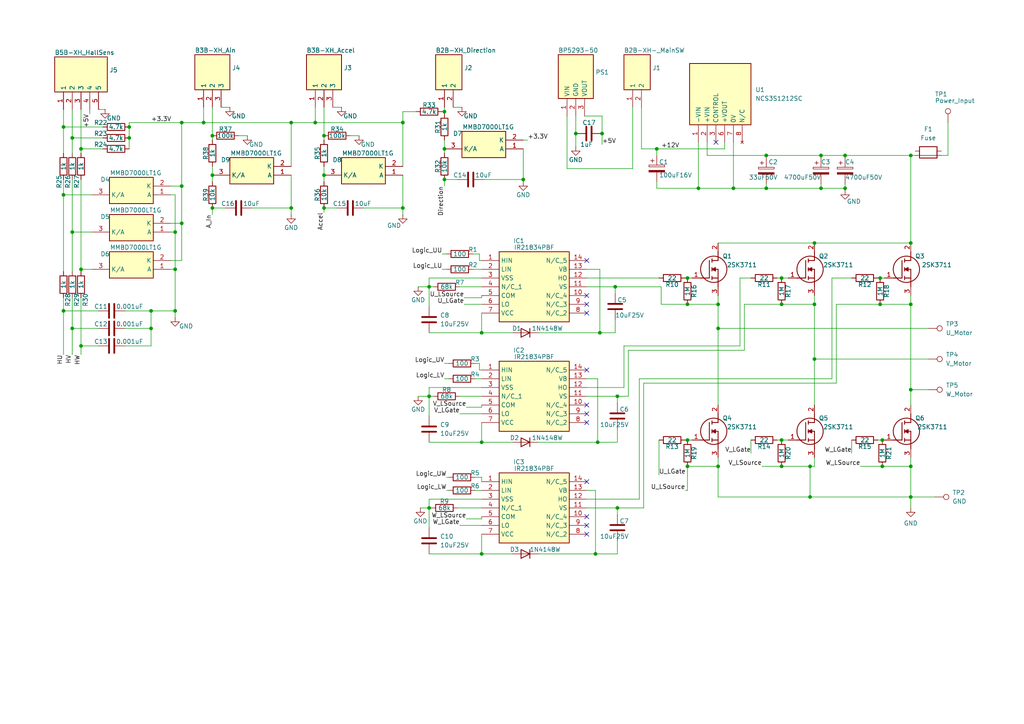
<source format=kicad_sch>
(kicad_sch (version 20231120) (generator "eeschema") (generator_version "8.0")
  (paper "A4")
  (junction (at 208.28 95.25))
  (junction (at 23.495 78.105))
  (junction (at 43.815 95.25))
  (junction (at 226.695 80.645))
  (junction (at 52.705 64.77))
  (junction (at 23.495 100.33))
  (junction (at 128.905 43.18))
  (junction (at 128.905 32.385))
  (junction (at 52.705 35.56))
  (junction (at 190.5 43.18))
  (junction (at 93.98 39.37))
  (junction (at 222.25 45.085))
  (junction (at 91.44 35.56))
  (junction (at 84.455 60.325))
  (junction (at 139.7 96.52))
  (junction (at 151.765 52.07))
  (junction (at 84.455 35.56))
  (junction (at 139.7 128.27))
  (junction (at 222.25 54.61))
  (junction (at 264.16 144.145))
  (junction (at 236.22 88.265))
  (junction (at 234.95 135.255))
  (junction (at 212.725 54.61))
  (junction (at 20.955 40.005))
  (junction (at 116.84 35.56))
  (junction (at 50.8 90.17))
  (junction (at 61.595 50.8))
  (junction (at 124.46 114.935))
  (junction (at 59.055 35.56))
  (junction (at 18.415 90.17))
  (junction (at 199.39 127.635))
  (junction (at 208.28 135.255))
  (junction (at 173.355 128.27))
  (junction (at 238.125 54.61))
  (junction (at 199.39 135.255))
  (junction (at 18.415 56.515))
  (junction (at 167.005 38.735))
  (junction (at 116.84 60.325))
  (junction (at 172.72 160.655))
  (junction (at 178.435 83.185))
  (junction (at 50.8 78.105))
  (junction (at 236.22 70.485))
  (junction (at 255.905 135.255))
  (junction (at 124.46 83.185))
  (junction (at 238.125 45.085))
  (junction (at 245.11 54.61))
  (junction (at 52.705 53.975))
  (junction (at 199.39 80.645))
  (junction (at 61.595 60.325))
  (junction (at 255.27 88.265))
  (junction (at 173.99 96.52))
  (junction (at 226.695 88.265))
  (junction (at 174.625 38.735))
  (junction (at 139.7 160.655))
  (junction (at 245.11 45.085))
  (junction (at 37.465 40.005))
  (junction (at 61.595 39.37))
  (junction (at 128.905 52.07))
  (junction (at 264.16 88.265))
  (junction (at 43.815 90.17))
  (junction (at 234.95 144.145))
  (junction (at 264.16 113.03))
  (junction (at 179.07 147.32))
  (junction (at 93.98 60.325))
  (junction (at 179.07 114.935))
  (junction (at 18.415 36.83))
  (junction (at 236.22 104.14))
  (junction (at 264.16 45.085))
  (junction (at 20.955 67.31))
  (junction (at 255.905 127.635))
  (junction (at 264.16 70.485))
  (junction (at 37.465 36.83))
  (junction (at 124.46 147.32))
  (junction (at 50.8 67.31))
  (junction (at 208.28 88.265))
  (junction (at 93.98 50.8))
  (junction (at 226.695 135.255))
  (junction (at 255.27 80.645))
  (junction (at 202.565 54.61))
  (junction (at 20.955 95.25))
  (junction (at 264.16 135.255))
  (junction (at 199.39 88.265))
  (junction (at 226.695 127.635))
  (junction (at 23.495 43.18))
  (no_connect (at 170.18 120.015))
  (no_connect (at 170.18 152.4))
  (no_connect (at 170.18 88.265))
  (no_connect (at 170.18 154.94))
  (no_connect (at 170.18 85.725))
  (no_connect (at 170.18 149.86))
  (no_connect (at 170.18 139.7))
  (no_connect (at 207.645 41.275))
  (no_connect (at 170.18 117.475))
  (no_connect (at 170.18 107.315))
  (no_connect (at 170.18 75.565))
  (no_connect (at 170.18 122.555))
  (no_connect (at 170.18 90.805))
  (wire (pts (xy 255.905 127.635) (xy 256.54 127.635)))
  (wire (pts (xy 128.27 78.105) (xy 129.54 78.105)))
  (wire (pts (xy 69.215 39.37) (xy 71.755 39.37)))
  (wire (pts (xy 132.715 147.32) (xy 139.7 147.32)))
  (wire (pts (xy 139.7 160.655) (xy 148.59 160.655)))
  (wire (pts (xy 255.27 88.265) (xy 264.16 88.265)))
  (wire (pts (xy 205.105 41.275) (xy 205.105 45.085)))
  (wire (pts (xy 179.07 160.655) (xy 172.72 160.655)))
  (wire (pts (xy 18.415 90.17) (xy 28.575 90.17)))
  (wire (pts (xy 23.495 52.07) (xy 23.495 78.105)))
  (wire (pts (xy 64.135 31.115) (xy 66.675 31.115)))
  (wire (pts (xy 49.53 64.77) (xy 52.705 64.77)))
  (wire (pts (xy 170.18 83.185) (xy 178.435 83.185)))
  (wire (pts (xy 242.57 88.265) (xy 255.27 88.265)))
  (wire (pts (xy 84.455 50.8) (xy 84.455 60.325)))
  (wire (pts (xy 23.495 43.18) (xy 23.495 44.45)))
  (wire (pts (xy 234.95 135.255) (xy 234.95 144.145)))
  (wire (pts (xy 172.72 142.24) (xy 170.18 142.24)))
  (wire (pts (xy 190.5 52.705) (xy 190.5 54.61)))
  (wire (pts (xy 128.27 73.66) (xy 129.54 73.66)))
  (wire (pts (xy 139.7 86.36) (xy 139.7 85.725)))
  (wire (pts (xy 264.16 45.085) (xy 264.16 70.485)))
  (wire (pts (xy 198.755 127.635) (xy 199.39 127.635)))
  (wire (pts (xy 128.905 105.41) (xy 130.175 105.41)))
  (wire (pts (xy 133.35 83.185) (xy 139.7 83.185)))
  (wire (pts (xy 215.9 101.6) (xy 215.9 88.265)))
  (wire (pts (xy 245.11 54.61) (xy 245.11 53.34)))
  (wire (pts (xy 49.53 56.515) (xy 50.8 56.515)))
  (wire (pts (xy 93.98 60.325) (xy 93.98 61.595)))
  (wire (pts (xy 61.595 50.8) (xy 61.595 52.705)))
  (wire (pts (xy 208.28 95.25) (xy 269.24 95.25)))
  (wire (pts (xy 222.25 45.72) (xy 222.25 45.085)))
  (wire (pts (xy 245.11 45.085) (xy 264.16 45.085)))
  (wire (pts (xy 139.7 122.555) (xy 139.7 128.27)))
  (wire (pts (xy 52.705 35.56) (xy 52.705 53.975)))
  (wire (pts (xy 18.415 36.83) (xy 18.415 31.75)))
  (wire (pts (xy 29.845 36.83) (xy 18.415 36.83)))
  (wire (pts (xy 124.46 114.935) (xy 125.73 114.935)))
  (wire (pts (xy 84.455 35.56) (xy 84.455 48.26)))
  (wire (pts (xy 139.7 154.94) (xy 139.7 160.655)))
  (wire (pts (xy 93.98 60.325) (xy 97.79 60.325)))
  (wire (pts (xy 134.62 88.265) (xy 139.7 88.265)))
  (wire (pts (xy 137.795 138.43) (xy 139.7 138.43)))
  (wire (pts (xy 50.8 78.105) (xy 50.8 90.17)))
  (wire (pts (xy 164.465 48.895) (xy 183.515 48.895)))
  (wire (pts (xy 191.135 127.635) (xy 191.135 137.795)))
  (wire (pts (xy 255.905 135.255) (xy 264.16 135.255)))
  (wire (pts (xy 116.84 60.325) (xy 116.84 62.23)))
  (wire (pts (xy 61.595 48.26) (xy 61.595 50.8)))
  (wire (pts (xy 179.07 128.27) (xy 173.355 128.27)))
  (wire (pts (xy 20.955 52.07) (xy 20.955 67.31)))
  (wire (pts (xy 23.495 78.105) (xy 23.495 78.74)))
  (wire (pts (xy 128.905 40.64) (xy 128.905 43.18)))
  (wire (pts (xy 52.705 35.56) (xy 59.055 35.56)))
  (wire (pts (xy 37.465 35.56) (xy 52.705 35.56)))
  (wire (pts (xy 264.16 135.255) (xy 264.16 144.145)))
  (wire (pts (xy 226.695 80.645) (xy 228.6 80.645)))
  (wire (pts (xy 202.565 54.61) (xy 212.725 54.61)))
  (wire (pts (xy 93.98 48.26) (xy 93.98 50.8)))
  (wire (pts (xy 183.515 48.895) (xy 183.515 31.115)))
  (wire (pts (xy 264.16 45.085) (xy 265.43 45.085)))
  (wire (pts (xy 128.27 32.385) (xy 128.905 32.385)))
  (wire (pts (xy 226.695 127.635) (xy 228.6 127.635)))
  (wire (pts (xy 93.98 50.8) (xy 93.98 52.705)))
  (wire (pts (xy 43.815 90.17) (xy 50.8 90.17)))
  (wire (pts (xy 135.255 150.495) (xy 139.7 150.495)))
  (wire (pts (xy 18.415 90.17) (xy 18.415 102.87)))
  (wire (pts (xy 124.46 114.935) (xy 124.46 120.65)))
  (wire (pts (xy 179.07 116.84) (xy 179.07 114.935)))
  (wire (pts (xy 199.39 142.24) (xy 199.39 135.255)))
  (wire (pts (xy 124.46 147.32) (xy 124.46 153.035)))
  (wire (pts (xy 247.015 127.635) (xy 247.015 131.445)))
  (wire (pts (xy 128.905 52.07) (xy 128.905 53.975)))
  (wire (pts (xy 173.99 96.52) (xy 178.435 96.52)))
  (wire (pts (xy 137.795 105.41) (xy 139.065 105.41)))
  (wire (pts (xy 20.955 95.25) (xy 28.575 95.25)))
  (wire (pts (xy 18.415 36.83) (xy 18.415 44.45)))
  (wire (pts (xy 61.595 60.325) (xy 65.405 60.325)))
  (wire (pts (xy 199.39 135.255) (xy 208.28 135.255)))
  (wire (pts (xy 137.795 109.855) (xy 139.7 109.855)))
  (wire (pts (xy 139.065 107.315) (xy 139.7 107.315)))
  (wire (pts (xy 264.16 88.265) (xy 264.16 113.03)))
  (wire (pts (xy 140.335 52.07) (xy 151.765 52.07)))
  (wire (pts (xy 134.62 86.36) (xy 139.7 86.36)))
  (wire (pts (xy 18.415 52.07) (xy 18.415 56.515)))
  (wire (pts (xy 151.765 40.64) (xy 153.035 40.64)))
  (wire (pts (xy 37.465 36.83) (xy 37.465 40.005)))
  (wire (pts (xy 30.48 31.75) (xy 28.575 31.75)))
  (wire (pts (xy 186.055 43.18) (xy 190.5 43.18)))
  (wire (pts (xy 254.635 127.635) (xy 255.905 127.635)))
  (wire (pts (xy 18.415 86.36) (xy 18.415 90.17)))
  (wire (pts (xy 179.07 114.935) (xy 182.245 114.935)))
  (wire (pts (xy 225.425 80.645) (xy 226.695 80.645)))
  (wire (pts (xy 135.255 118.11) (xy 139.7 118.11)))
  (wire (pts (xy 236.22 88.265) (xy 236.22 104.14)))
  (wire (pts (xy 264.16 113.03) (xy 264.16 117.475)))
  (wire (pts (xy 179.07 156.845) (xy 179.07 160.655)))
  (wire (pts (xy 139.7 138.43) (xy 139.7 139.7)))
  (wire (pts (xy 156.21 160.655) (xy 172.72 160.655)))
  (wire (pts (xy 61.595 39.37) (xy 61.595 40.64)))
  (wire (pts (xy 182.245 101.6) (xy 215.9 101.6)))
  (wire (pts (xy 238.125 45.085) (xy 245.11 45.085)))
  (wire (pts (xy 49.53 78.105) (xy 50.8 78.105)))
  (wire (pts (xy 178.435 85.09) (xy 178.435 83.185)))
  (wire (pts (xy 73.025 60.325) (xy 84.455 60.325)))
  (wire (pts (xy 84.455 35.56) (xy 91.44 35.56)))
  (wire (pts (xy 52.705 64.77) (xy 52.705 75.565)))
  (wire (pts (xy 236.22 135.255) (xy 236.22 132.715)))
  (wire (pts (xy 124.46 144.78) (xy 139.7 144.78)))
  (wire (pts (xy 212.725 54.61) (xy 222.25 54.61)))
  (wire (pts (xy 93.98 31.115) (xy 93.98 39.37)))
  (wire (pts (xy 255.27 80.645) (xy 256.54 80.645)))
  (wire (pts (xy 242.57 111.125) (xy 242.57 88.265)))
  (wire (pts (xy 180.975 112.395) (xy 180.975 100.33)))
  (wire (pts (xy 167.005 33.655) (xy 167.005 38.735)))
  (wire (pts (xy 264.16 144.145) (xy 271.145 144.145)))
  (wire (pts (xy 129.54 142.24) (xy 130.175 142.24)))
  (wire (pts (xy 124.46 147.32) (xy 124.46 144.78)))
  (wire (pts (xy 191.77 83.185) (xy 191.77 88.265)))
  (wire (pts (xy 128.905 31.115) (xy 128.905 32.385)))
  (wire (pts (xy 238.125 54.61) (xy 238.125 53.34)))
  (wire (pts (xy 173.355 128.27) (xy 173.355 109.855)))
  (wire (pts (xy 225.425 127.635) (xy 226.695 127.635)))
  (wire (pts (xy 156.21 96.52) (xy 173.99 96.52)))
  (wire (pts (xy 208.28 135.255) (xy 208.28 132.715)))
  (wire (pts (xy 26.035 31.75) (xy 26.035 33.02)))
  (wire (pts (xy 178.435 92.71) (xy 178.435 96.52)))
  (wire (pts (xy 37.465 40.005) (xy 37.465 43.18)))
  (wire (pts (xy 208.28 88.265) (xy 208.28 85.725)))
  (wire (pts (xy 249.555 135.255) (xy 255.905 135.255)))
  (wire (pts (xy 139.7 150.495) (xy 139.7 149.86)))
  (wire (pts (xy 264.16 135.255) (xy 264.16 132.715)))
  (wire (pts (xy 116.84 32.385) (xy 120.65 32.385)))
  (wire (pts (xy 139.065 105.41) (xy 139.065 107.315)))
  (wire (pts (xy 91.44 35.56) (xy 116.84 35.56)))
  (wire (pts (xy 121.285 83.185) (xy 124.46 83.185)))
  (wire (pts (xy 133.35 114.935) (xy 139.7 114.935)))
  (wire (pts (xy 37.465 35.56) (xy 37.465 36.83)))
  (wire (pts (xy 236.22 88.265) (xy 236.22 85.725)))
  (wire (pts (xy 186.69 111.125) (xy 242.57 111.125)))
  (wire (pts (xy 20.955 40.005) (xy 20.955 31.75)))
  (wire (pts (xy 50.8 67.31) (xy 49.53 67.31)))
  (wire (pts (xy 137.795 142.24) (xy 139.7 142.24)))
  (wire (pts (xy 139.065 73.66) (xy 139.065 75.565)))
  (wire (pts (xy 116.84 50.8) (xy 116.84 60.325)))
  (wire (pts (xy 124.46 114.935) (xy 124.46 112.395)))
  (wire (pts (xy 264.16 85.725) (xy 264.16 88.265)))
  (wire (pts (xy 236.22 104.14) (xy 269.24 104.14)))
  (wire (pts (xy 226.695 88.265) (xy 236.22 88.265)))
  (wire (pts (xy 36.195 100.33) (xy 43.815 100.33)))
  (wire (pts (xy 199.39 88.265) (xy 208.28 88.265)))
  (wire (pts (xy 205.105 45.085) (xy 222.25 45.085)))
  (wire (pts (xy 128.905 52.07) (xy 132.715 52.07)))
  (wire (pts (xy 264.16 113.03) (xy 269.24 113.03)))
  (wire (pts (xy 124.46 112.395) (xy 139.7 112.395)))
  (wire (pts (xy 151.765 43.18) (xy 151.765 52.07)))
  (wire (pts (xy 241.3 109.855) (xy 241.3 80.645)))
  (wire (pts (xy 236.22 70.485) (xy 264.16 70.485)))
  (wire (pts (xy 214.63 100.33) (xy 214.63 80.645)))
  (wire (pts (xy 182.245 114.935) (xy 182.245 101.6)))
  (wire (pts (xy 124.46 160.655) (xy 139.7 160.655)))
  (wire (pts (xy 274.955 45.085) (xy 273.05 45.085)))
  (wire (pts (xy 185.42 109.855) (xy 241.3 109.855)))
  (wire (pts (xy 245.11 45.72) (xy 245.11 45.085)))
  (wire (pts (xy 43.815 95.25) (xy 43.815 100.33)))
  (wire (pts (xy 139.7 90.805) (xy 139.7 96.52)))
  (wire (pts (xy 170.18 114.935) (xy 179.07 114.935)))
  (wire (pts (xy 61.595 31.115) (xy 61.595 39.37)))
  (wire (pts (xy 190.5 45.085) (xy 190.5 43.18)))
  (wire (pts (xy 84.455 60.325) (xy 84.455 62.23)))
  (wire (pts (xy 238.125 54.61) (xy 245.11 54.61)))
  (wire (pts (xy 125.095 147.32) (xy 124.46 147.32)))
  (wire (pts (xy 93.98 39.37) (xy 93.98 40.64)))
  (wire (pts (xy 20.955 86.36) (xy 20.955 95.25)))
  (wire (pts (xy 131.445 31.115) (xy 133.985 31.115)))
  (wire (pts (xy 96.52 31.115) (xy 99.06 31.115)))
  (wire (pts (xy 29.845 40.005) (xy 20.955 40.005)))
  (wire (pts (xy 20.955 40.005) (xy 20.955 44.45)))
  (wire (pts (xy 133.35 152.4) (xy 139.7 152.4)))
  (wire (pts (xy 180.975 100.33) (xy 214.63 100.33)))
  (wire (pts (xy 18.415 56.515) (xy 18.415 78.74)))
  (wire (pts (xy 164.465 33.655) (xy 164.465 48.895)))
  (wire (pts (xy 199.39 80.645) (xy 200.66 80.645)))
  (wire (pts (xy 222.25 54.61) (xy 222.25 53.34)))
  (wire (pts (xy 124.46 96.52) (xy 139.7 96.52)))
  (wire (pts (xy 105.41 60.325) (xy 116.84 60.325)))
  (wire (pts (xy 215.9 88.265) (xy 226.695 88.265)))
  (wire (pts (xy 59.055 31.115) (xy 59.055 35.56)))
  (wire (pts (xy 36.195 90.17) (xy 43.815 90.17)))
  (wire (pts (xy 241.3 80.645) (xy 247.015 80.645)))
  (wire (pts (xy 170.18 112.395) (xy 180.975 112.395)))
  (wire (pts (xy 23.495 43.18) (xy 23.495 31.75)))
  (wire (pts (xy 20.955 67.31) (xy 26.67 67.31)))
  (wire (pts (xy 185.42 144.78) (xy 185.42 109.855)))
  (wire (pts (xy 245.11 55.245) (xy 245.11 54.61)))
  (wire (pts (xy 199.39 127.635) (xy 200.66 127.635)))
  (wire (pts (xy 20.955 67.31) (xy 20.955 78.74)))
  (wire (pts (xy 49.53 75.565) (xy 52.705 75.565)))
  (wire (pts (xy 238.125 45.72) (xy 238.125 45.085)))
  (wire (pts (xy 20.955 95.25) (xy 20.955 102.87)))
  (wire (pts (xy 179.07 124.46) (xy 179.07 128.27)))
  (wire (pts (xy 167.005 38.735) (xy 167.005 42.545)))
  (wire (pts (xy 23.495 100.33) (xy 28.575 100.33)))
  (wire (pts (xy 198.755 142.24) (xy 199.39 142.24)))
  (wire (pts (xy 254.635 80.645) (xy 255.27 80.645)))
  (wire (pts (xy 23.495 100.33) (xy 23.495 102.87)))
  (wire (pts (xy 210.185 43.18) (xy 210.185 41.275)))
  (wire (pts (xy 116.84 32.385) (xy 116.84 35.56)))
  (wire (pts (xy 173.355 109.855) (xy 170.18 109.855)))
  (wire (pts (xy 173.99 96.52) (xy 173.99 78.105)))
  (wire (pts (xy 43.815 90.17) (xy 43.815 95.25)))
  (wire (pts (xy 173.99 78.105) (xy 170.18 78.105)))
  (wire (pts (xy 101.6 39.37) (xy 104.14 39.37)))
  (wire (pts (xy 139.065 75.565) (xy 139.7 75.565)))
  (wire (pts (xy 128.905 32.385) (xy 128.905 33.02)))
  (wire (pts (xy 128.905 43.18) (xy 128.905 44.45)))
  (wire (pts (xy 172.72 160.655) (xy 172.72 142.24)))
  (wire (pts (xy 133.35 120.015) (xy 139.7 120.015)))
  (wire (pts (xy 170.18 147.32) (xy 179.07 147.32)))
  (wire (pts (xy 208.28 88.265) (xy 208.28 95.25)))
  (wire (pts (xy 190.5 54.61) (xy 202.565 54.61)))
  (wire (pts (xy 139.7 96.52) (xy 148.59 96.52)))
  (wire (pts (xy 124.46 83.185) (xy 125.73 83.185)))
  (wire (pts (xy 139.7 118.11) (xy 139.7 117.475)))
  (wire (pts (xy 198.755 80.645) (xy 199.39 80.645)))
  (wire (pts (xy 214.63 80.645) (xy 217.805 80.645)))
  (wire (pts (xy 29.845 43.18) (xy 23.495 43.18)))
  (wire (pts (xy 59.055 35.56) (xy 84.455 35.56)))
  (wire (pts (xy 137.16 78.105) (xy 139.7 78.105)))
  (wire (pts (xy 264.16 144.145) (xy 264.16 147.32)))
  (wire (pts (xy 156.21 128.27) (xy 173.355 128.27)))
  (wire (pts (xy 121.92 147.32) (xy 124.46 147.32)))
  (wire (pts (xy 186.69 147.32) (xy 186.69 111.125)))
  (wire (pts (xy 217.805 127.635) (xy 217.805 131.445)))
  (wire (pts (xy 222.25 45.085) (xy 238.125 45.085)))
  (wire (pts (xy 43.815 95.25) (xy 36.195 95.25)))
  (wire (pts (xy 179.07 147.32) (xy 186.69 147.32)))
  (wire (pts (xy 61.595 60.325) (xy 61.595 62.23)))
  (wire (pts (xy 208.28 144.145) (xy 234.95 144.145)))
  (wire (pts (xy 236.22 104.14) (xy 236.22 117.475)))
  (wire (pts (xy 50.8 92.075) (xy 50.8 90.17)))
  (wire (pts (xy 186.055 31.115) (xy 186.055 43.18)))
  (wire (pts (xy 137.16 73.66) (xy 139.065 73.66)))
  (wire (pts (xy 50.8 56.515) (xy 50.8 67.31)))
  (wire (pts (xy 52.705 53.975) (xy 52.705 64.77)))
  (wire (pts (xy 124.46 80.645) (xy 124.46 83.185)))
  (wire (pts (xy 226.695 135.255) (xy 234.95 135.255)))
  (wire (pts (xy 234.95 144.145) (xy 264.16 144.145)))
  (wire (pts (xy 121.285 114.935) (xy 124.46 114.935)))
  (wire (pts (xy 139.7 128.27) (xy 148.59 128.27)))
  (wire (pts (xy 208.28 70.485) (xy 236.22 70.485)))
  (wire (pts (xy 178.435 83.185) (xy 191.77 83.185)))
  (wire (pts (xy 116.84 35.56) (xy 116.84 48.26)))
  (wire (pts (xy 49.53 53.975) (xy 52.705 53.975)))
  (wire (pts (xy 169.545 33.655) (xy 174.625 33.655)))
  (wire (pts (xy 129.54 138.43) (xy 130.175 138.43)))
  (wire (pts (xy 179.07 149.225) (xy 179.07 147.32)))
  (wire (pts (xy 191.77 88.265) (xy 199.39 88.265)))
  (wire (pts (xy 208.28 135.255) (xy 208.28 144.145)))
  (wire (pts (xy 124.46 128.27) (xy 139.7 128.27)))
  (wire (pts (xy 50.8 67.31) (xy 50.8 78.105)))
  (wire (pts (xy 128.905 109.855) (xy 130.175 109.855)))
  (wire (pts (xy 124.46 83.185) (xy 124.46 88.9)))
  (wire (pts (xy 220.98 135.255) (xy 226.695 135.255)))
  (wire (pts (xy 170.18 144.78) (xy 185.42 144.78)))
  (wire (pts (xy 174.625 38.735) (xy 174.625 41.91)))
  (wire (pts (xy 222.25 54.61) (xy 238.125 54.61)))
  (wire (pts (xy 23.495 78.105) (xy 26.67 78.105)))
  (wire (pts (xy 202.565 41.275) (xy 202.565 54.61)))
  (wire (pts (xy 208.28 95.25) (xy 208.28 117.475)))
  (wire (pts (xy 18.415 56.515) (xy 26.67 56.515)))
  (wire (pts (xy 174.625 33.655) (xy 174.625 38.735)))
  (wire (pts (xy 236.22 135.255) (xy 234.95 135.255)))
  (wire (pts (xy 212.725 41.275) (xy 212.725 54.61)))
  (wire (pts (xy 190.5 43.18) (xy 210.185 43.18)))
  (wire (pts (xy 23.495 86.36) (xy 23.495 100.33)))
  (wire (pts (xy 170.18 80.645) (xy 191.135 80.645)))
  (wire (pts (xy 91.44 31.115) (xy 91.44 35.56)))
  (wire (pts (xy 151.765 52.07) (xy 151.765 52.705)))
  (wire (pts (xy 139.7 80.645) (xy 124.46 80.645)))
  (wire (pts (xy 274.955 35.56) (xy 274.955 45.085)))
  (label "Logic_LW" (at 129.54 142.24 180))
  (label "U_LSource" (at 134.62 86.36 180))
  (label "+3.3V" (at 153.035 40.64 0))
  (label "A_In" (at 61.595 62.23 270))
  (label "W_LSource" (at 249.555 135.255 180))
  (label "HV" (at 20.955 102.87 270))
  (label "U_LGate" (at 191.135 137.795 0))
  (label "Logic_LV" (at 128.905 109.855 180))
  (label "V_LGate" (at 133.35 120.015 180))
  (label "+5V" (at 26.035 33.02 270))
  (label "Logic_UV" (at 128.905 105.41 180))
  (label "Logic_UU" (at 128.27 73.66 180))
  (label "+3.3V" (at 43.815 35.56 0))
  (label "W_LGate" (at 247.015 131.445 180))
  (label "Logic_LU" (at 128.27 78.105 180))
  (label "V_LSource" (at 220.98 135.255 180))
  (label "Accel" (at 93.98 61.595 270))
  (label "+12V" (at 191.77 43.18 0))
  (label "HW" (at 23.495 102.87 270))
  (label "W_LGate" (at 133.35 152.4 180))
  (label "V_LGate" (at 217.805 131.445 180))
  (label "W_LSource" (at 135.255 150.495 180))
  (label "+5V" (at 174.625 41.91 0))
  (label "HU" (at 18.415 102.87 270))
  (label "V_LSource" (at 135.255 118.11 180))
  (label "Direction" (at 128.905 53.975 270))
  (label "Logic_UW" (at 129.54 138.43 180))
  (label "U_LGate" (at 134.62 88.265 180))
  (label "U_LSource" (at 198.755 142.24 180))
  (symbol (lib_id "Device:C") (at 32.385 90.17 270) (unit 1)
    (property "Reference" "C11" (at 27.305 88.9 90) (effects (justify left)))
    (property "Value" "0.001uF" (at 33.655 88.9 90) (effects (justify left)))
    (property "Footprint" "Capacitor_SMD:C_0603_1608Metric_Pad1.08x0.95mm_HandSolder" (effects (hide yes)))
    (property "Description" "Unpolarized capacitor" (effects (hide yes)))
  )
  (symbol (lib_id "Device:R") (at 18.415 82.55 180) (unit 1)
    (property "Reference" "R28" (at 19.685 86.995 90))
    (property "Value" "1k" (at 18.415 82.55 90))
    (property "Footprint" "Resistor_SMD:R_0603_1608Metric_Pad0.98x0.95mm_HandSolder" (effects (hide yes)))
    (property "Description" "Resistor" (effects (hide yes)))
  )
  (symbol (lib_id "SamacSys_Parts:2SK3711") (at 200.66 80.645 0) (unit 1)
    (property "Reference" "Q1" (at 209.55 74.295 0) (effects (justify left)))
    (property "Value" "2SK3711" (at 210.82 76.835 0) (effects (justify left)))
    (property "Footprint" "TO545P500X1560X2410-3P" (effects (hide yes)))
    (property "Datasheet" "http://www.semicon.sanken-ele.co.jp/sk_content/2sk3711_ds_en.pdf" (effects (hide yes)))
    (property "Description" "MOSFET N-CH 60V TO-3P" (effects (hide yes)))
    (property "Height" "5" (effects (hide yes)))
    (property "Manufacturer_Name" "SANKEN ELECTRIC CO." (effects (hide yes)))
    (property "Manufacturer_Part_Number" "2SK3711" (effects (hide yes)))
  )
  (symbol (lib_id "power:GND") (at 104.14 39.37 0) (unit 1)
    (property "Reference" "#PWR015" (effects (hide yes)))
    (property "Value" "GND" (at 106.68 41.91 0))
    (property "Description" "Power symbol creates a global label with name \"GND\" , ground" (effects (hide yes)))
  )
  (symbol (lib_id "SamacSys_Parts:MMBD7000LT1G") (at 151.765 43.18 180) (unit 1)
    (property "Reference" "D7" (at 132.715 38.735 0))
    (property "Value" "MMBD7000LT1G" (at 141.605 36.83 0))
    (property "Footprint" "SOT96P237X111-3N" (effects (hide yes)))
    (property "Datasheet" "http://uk.rs-online.com/web/p/products/0463662P" (effects (hide yes)))
    (property "Height" "1.11" (effects (hide yes)))
    (property "RS Part Number" "0463662P" (effects (hide yes)))
    (property "RS Price/Stock" "http://uk.rs-online.com/web/p/products/0463662P" (effects (hide yes)))
    (property "Manufacturer_Name" "onsemi" (effects (hide yes)))
    (property "Manufacturer_Part_Number" "MMBD7000LT1G" (effects (hide yes)))
    (property "Allied_Number" "70099524" (effects (hide yes)))
  )
  (symbol (lib_id "Device:C") (at 124.46 124.46 0) (unit 1)
    (property "Reference" "C9" (at 127.635 123.19 0) (effects (justify left)))
    (property "Value" "10uF25V" (at 127.635 125.73 0) (effects (justify left)))
    (property "Footprint" "Capacitor_SMD:C_0603_1608Metric_Pad1.08x0.95mm_HandSolder" (effects (hide yes)))
    (property "Description" "Unpolarized capacitor" (effects (hide yes)))
  )
  (symbol (lib_id "Device:R") (at 20.955 82.55 180) (unit 1)
    (property "Reference" "R29" (at 22.225 86.995 90))
    (property "Value" "1k" (at 20.955 82.55 90))
    (property "Footprint" "Resistor_SMD:R_0603_1608Metric_Pad0.98x0.95mm_HandSolder" (effects (hide yes)))
    (property "Description" "Resistor" (effects (hide yes)))
  )
  (symbol (lib_id "Device:R") (at 133.985 109.855 90) (unit 1)
    (property "Reference" "R4" (at 137.795 108.585 90))
    (property "Value" "100" (at 133.985 109.855 90))
    (property "Footprint" "Resistor_SMD:R_0603_1608Metric_Pad0.98x0.95mm_HandSolder" (effects (hide yes)))
    (property "Description" "Resistor" (effects (hide yes)))
  )
  (symbol (lib_id "Device:R") (at 255.905 131.445 0) (unit 1)
    (property "Reference" "R21" (at 257.81 131.445 90))
    (property "Value" "1M" (at 255.905 131.445 90))
    (property "Footprint" "Resistor_SMD:R_0603_1608Metric_Pad0.98x0.95mm_HandSolder" (effects (hide yes)))
    (property "Description" "Resistor" (effects (hide yes)))
  )
  (symbol (lib_id "Connector:TestPoint") (at 271.145 144.145 270) (unit 1)
    (property "Reference" "TP2" (at 276.225 142.8749 90) (effects (justify left)))
    (property "Value" "GND" (at 276.225 145.4149 90) (effects (justify left)))
    (property "Footprint" "MountingHole:MountingHole_3.7mm_Pad" (effects (hide yes)))
    (property "Description" "test point" (effects (hide yes)))
  )
  (symbol (lib_id "SamacSys_Parts:B3B-XH-A_LF__SN_") (at 91.44 31.115 90) (unit 1)
    (property "Reference" "J3" (at 99.695 19.685 90) (effects (justify right)))
    (property "Value" "B3B-XH_Accel" (at 88.9 14.605 90) (effects (justify right)))
    (property "Footprint" "B3BXHALFSN" (effects (hide yes)))
    (property "Datasheet" "http://uk.rs-online.com/web/p/products/8201557P" (effects (hide yes)))
    (property "Description" "CONN HEADER VERT 3POS 2.5MM" (effects (hide yes)))
    (property "Height" "7" (effects (hide yes)))
    (property "RS Part Number" "8201557P" (effects (hide yes)))
    (property "RS Price/Stock" "http://uk.rs-online.com/web/p/products/8201557P" (effects (hide yes)))
    (property "Manufacturer_Name" "JST (JAPAN SOLDERLESS TERMINALS)" (effects (hide yes)))
    (property "Manufacturer_Part_Number" "B3B-XH-A(LF)(SN)" (effects (hide yes)))
  )
  (symbol (lib_id "SamacSys_Parts:MMBD7000LT1G") (at 49.53 67.31 180) (unit 1)
    (property "Reference" "D5" (at 30.48 62.865 0))
    (property "Value" "MMBD7000LT1G" (at 39.37 60.96 0))
    (property "Footprint" "SOT96P237X111-3N" (effects (hide yes)))
    (property "Datasheet" "http://uk.rs-online.com/web/p/products/0463662P" (effects (hide yes)))
    (property "Height" "1.11" (effects (hide yes)))
    (property "RS Part Number" "0463662P" (effects (hide yes)))
    (property "RS Price/Stock" "http://uk.rs-online.com/web/p/products/0463662P" (effects (hide yes)))
    (property "Manufacturer_Name" "onsemi" (effects (hide yes)))
    (property "Manufacturer_Part_Number" "MMBD7000LT1G" (effects (hide yes)))
    (property "Allied_Number" "70099524" (effects (hide yes)))
  )
  (symbol (lib_id "Device:R") (at 23.495 82.55 180) (unit 1)
    (property "Reference" "R30" (at 24.765 86.995 90))
    (property "Value" "1k" (at 23.495 82.55 90))
    (property "Footprint" "Resistor_SMD:R_0603_1608Metric_Pad0.98x0.95mm_HandSolder" (effects (hide yes)))
    (property "Description" "Resistor" (effects (hide yes)))
  )
  (symbol (lib_id "SamacSys_Parts:B2B-XH-AM_LF__SN_") (at 128.905 31.115 90) (unit 1)
    (property "Reference" "J2" (at 134.62 19.685 90) (effects (justify right)))
    (property "Value" "B2B-XH_Direction" (at 126.365 14.605 90) (effects (justify right)))
    (property "Footprint" "SamacSys_Parts:B2BXHAMLFSN" (effects (hide yes)))
    (property "Datasheet" "https://www.jst-mfg.com/product/pdf/eng/eXH.pdf" (effects (hide yes)))
    (property "Description" "CONN HEADER VERT 2POS 2.5MM" (effects (hide yes)))
    (property "Height" "7" (effects (hide yes)))
    (property "Manufacturer_Name" "JST (JAPAN SOLDERLESS TERMINALS)" (effects (hide yes)))
    (property "Manufacturer_Part_Number" "B2B-XH-AM(LF)(SN)" (effects (hide yes)))
  )
  (symbol (lib_id "power:GND") (at 264.16 147.32 0) (unit 1)
    (property "Reference" "#PWR05" (effects (hide yes)))
    (property "Value" "GND" (at 264.16 151.765 0))
    (property "Description" "Power symbol creates a global label with name \"GND\" , ground" (effects (hide yes)))
  )
  (symbol (lib_id "SamacSys_Parts:BP5293-50") (at 164.465 33.655 90) (unit 1)
    (property "Reference" "PS1" (at 172.72 20.955 90) (effects (justify right)))
    (property "Value" "BP5293-50" (at 161.925 14.605 90) (effects (justify right)))
    (property "Footprint" "TO254P570X1700X1780-3P" (effects (hide yes)))
    (property "Datasheet" "http://uk.rs-online.com/web/p/products/1312731P" (effects (hide yes)))
    (property "Description" "Switching Voltage Regulators 1ch DC/DC Buck Conv 5V Typ Output Volt" (effects (hide yes)))
    (property "Height" "5.7" (effects (hide yes)))
    (property "RS Part Number" "1312731P" (effects (hide yes)))
    (property "RS Price/Stock" "http://uk.rs-online.com/web/p/products/1312731P" (effects (hide yes)))
    (property "Manufacturer_Name" "ROHM Semiconductor" (effects (hide yes)))
    (property "Manufacturer_Part_Number" "BP5293-50" (effects (hide yes)))
  )
  (symbol (lib_id "Device:R") (at 65.405 39.37 90) (unit 1)
    (property "Reference" "R37" (at 65.405 37.465 90))
    (property "Value" "100k" (at 65.405 39.37 90))
    (property "Footprint" "Resistor_SMD:R_0603_1608Metric_Pad0.98x0.95mm_HandSolder" (effects (hide yes)))
    (property "Description" "Resistor" (effects (hide yes)))
  )
  (symbol (lib_id "Device:R") (at 199.39 131.445 0) (unit 1)
    (property "Reference" "R19" (at 201.295 131.445 90))
    (property "Value" "1M" (at 199.39 131.445 90))
    (property "Footprint" "Resistor_SMD:R_0603_1608Metric_Pad0.98x0.95mm_HandSolder" (effects (hide yes)))
    (property "Description" "Resistor" (effects (hide yes)))
  )
  (symbol (lib_id "Device:C") (at 124.46 156.845 0) (unit 1)
    (property "Reference" "C10" (at 127.635 155.575 0) (effects (justify left)))
    (property "Value" "10uF25V" (at 127.635 158.115 0) (effects (justify left)))
    (property "Footprint" "Capacitor_SMD:C_0603_1608Metric_Pad1.08x0.95mm_HandSolder" (effects (hide yes)))
    (property "Description" "Unpolarized capacitor" (effects (hide yes)))
  )
  (symbol (lib_id "power:GND") (at 167.005 42.545 0) (unit 1)
    (property "Reference" "#PWR06" (effects (hide yes)))
    (property "Value" "GND" (at 167.005 46.355 0))
    (property "Description" "Power symbol creates a global label with name \"GND\" , ground" (effects (hide yes)))
  )
  (symbol (lib_id "Device:C_Polarized") (at 245.11 49.53 0) (unit 1)
    (property "Reference" "C4" (at 245.11 46.99 0) (effects (justify left)))
    (property "Value" "4700uF50V" (at 245.11 51.435 0) (effects (justify left)))
    (property "Footprint" "Capacitor_THT:CP_Radial_D35.0mm_P10.00mm_SnapIn" (effects (hide yes)))
    (property "Description" "Polarized capacitor" (effects (hide yes)))
  )
  (symbol (lib_id "power:GND") (at 133.985 31.115 0) (unit 1)
    (property "Reference" "#PWR011" (effects (hide yes)))
    (property "Value" "GND" (at 136.525 33.655 0))
    (property "Description" "Power symbol creates a global label with name \"GND\" , ground" (effects (hide yes)))
  )
  (symbol (lib_id "Device:C") (at 179.07 120.65 0) (unit 1)
    (property "Reference" "C6" (at 179.705 118.745 0) (effects (justify left)))
    (property "Value" "10uF25V" (at 173.99 123.19 0) (effects (justify left)))
    (property "Footprint" "Capacitor_SMD:C_0603_1608Metric_Pad1.08x0.95mm_HandSolder" (effects (hide yes)))
    (property "Description" "Unpolarized capacitor" (effects (hide yes)))
  )
  (symbol (lib_id "power:GND") (at 66.675 31.115 0) (unit 1)
    (property "Reference" "#PWR09" (effects (hide yes)))
    (property "Value" "GND" (at 69.215 33.655 0))
    (property "Description" "Power symbol creates a global label with name \"GND\" , ground" (effects (hide yes)))
  )
  (symbol (lib_id "Connector:TestPoint") (at 269.24 113.03 270) (unit 1)
    (property "Reference" "TP5" (at 274.32 111.7599 90) (effects (justify left)))
    (property "Value" "W_Motor" (at 274.32 114.2999 90) (effects (justify left)))
    (property "Footprint" "MountingHole:MountingHole_3.7mm_Pad" (effects (hide yes)))
    (property "Description" "test point" (effects (hide yes)))
  )
  (symbol (lib_id "Device:R") (at 129.54 83.185 90) (unit 1)
    (property "Reference" "R7" (at 133.35 81.915 90))
    (property "Value" "68k" (at 129.54 83.185 90))
    (property "Footprint" "Resistor_SMD:R_0603_1608Metric_Pad0.98x0.95mm_HandSolder" (effects (hide yes)))
    (property "Description" "Resistor" (effects (hide yes)))
  )
  (symbol (lib_id "Device:R") (at 133.35 73.66 90) (unit 1)
    (property "Reference" "R1" (at 137.16 72.39 90))
    (property "Value" "100" (at 133.35 73.66 90))
    (property "Footprint" "Resistor_SMD:R_0603_1608Metric_Pad0.98x0.95mm_HandSolder" (effects (hide yes)))
    (property "Description" "Resistor" (effects (hide yes)))
  )
  (symbol (lib_id "SamacSys_Parts:2SK3711") (at 200.66 127.635 0) (unit 1)
    (property "Reference" "Q4" (at 209.55 121.285 0) (effects (justify left)))
    (property "Value" "2SK3711" (at 210.82 123.825 0) (effects (justify left)))
    (property "Footprint" "TO545P500X1560X2410-3P" (effects (hide yes)))
    (property "Datasheet" "http://www.semicon.sanken-ele.co.jp/sk_content/2sk3711_ds_en.pdf" (effects (hide yes)))
    (property "Description" "MOSFET N-CH 60V TO-3P" (effects (hide yes)))
    (property "Height" "5" (effects (hide yes)))
    (property "Manufacturer_Name" "SANKEN ELECTRIC CO." (effects (hide yes)))
    (property "Manufacturer_Part_Number" "2SK3711" (effects (hide yes)))
  )
  (symbol (lib_id "Diode:1N4148W") (at 152.4 96.52 180) (unit 1)
    (property "Reference" "D1" (at 149.86 95.25 0))
    (property "Value" "1N4148W" (at 158.75 95.25 0))
    (property "Footprint" "Diode_SMD:D_SOD-123" (effects (hide yes)))
    (property "Datasheet" "https://www.vishay.com/docs/85748/1n4148w.pdf" (effects (hide yes)))
    (property "Description" "75V 0.15A Fast Switching Diode, SOD-123" (effects (hide yes)))
    (property "Sim.Device" "D" (effects (hide yes)))
    (property "Sim.Pins" "1=K 2=A" (effects (hide yes)))
  )
  (symbol (lib_id "power:GND") (at 50.8 92.075 0) (unit 1)
    (property "Reference" "#PWR08" (effects (hide yes)))
    (property "Value" "GND" (at 53.975 94.615 0))
    (property "Description" "Power symbol creates a global label with name \"GND\" , ground" (effects (hide yes)))
  )
  (symbol (lib_id "SamacSys_Parts:2SK3711") (at 256.54 127.635 0) (unit 1)
    (property "Reference" "Q6" (at 265.43 121.285 0) (effects (justify left)))
    (property "Value" "2SK3711" (at 266.065 123.825 0) (effects (justify left)))
    (property "Footprint" "TO545P500X1560X2410-3P" (effects (hide yes)))
    (property "Datasheet" "http://www.semicon.sanken-ele.co.jp/sk_content/2sk3711_ds_en.pdf" (effects (hide yes)))
    (property "Description" "MOSFET N-CH 60V TO-3P" (effects (hide yes)))
    (property "Height" "5" (effects (hide yes)))
    (property "Manufacturer_Name" "SANKEN ELECTRIC CO." (effects (hide yes)))
    (property "Manufacturer_Part_Number" "2SK3711" (effects (hide yes)))
  )
  (symbol (lib_id "Device:R") (at 133.985 142.24 90) (unit 1)
    (property "Reference" "R6" (at 137.795 140.97 90))
    (property "Value" "100" (at 133.985 142.24 90))
    (property "Footprint" "Resistor_SMD:R_0603_1608Metric_Pad0.98x0.95mm_HandSolder" (effects (hide yes)))
    (property "Description" "Resistor" (effects (hide yes)))
  )
  (symbol (lib_id "power:GND") (at 99.06 31.115 0) (unit 1)
    (property "Reference" "#PWR010" (effects (hide yes)))
    (property "Value" "GND" (at 101.6 33.655 0))
    (property "Description" "Power symbol creates a global label with name \"GND\" , ground" (effects (hide yes)))
  )
  (symbol (lib_id "power:GND") (at 116.84 62.23 0) (unit 1)
    (property "Reference" "#PWR014" (effects (hide yes)))
    (property "Value" "GND" (at 114.3 65.405 0))
    (property "Description" "Power symbol creates a global label with name \"GND\" , ground" (effects (hide yes)))
  )
  (symbol (lib_id "Device:R") (at 226.695 131.445 0) (unit 1)
    (property "Reference" "R20" (at 228.6 131.445 90))
    (property "Value" "1M" (at 226.695 131.445 90))
    (property "Footprint" "Resistor_SMD:R_0603_1608Metric_Pad0.98x0.95mm_HandSolder" (effects (hide yes)))
    (property "Description" "Resistor" (effects (hide yes)))
  )
  (symbol (lib_id "Device:R") (at 128.905 36.83 180) (unit 1)
    (property "Reference" "R31" (at 127 36.83 90))
    (property "Value" "1k" (at 128.905 36.83 90))
    (property "Footprint" "Resistor_SMD:R_0603_1608Metric_Pad0.98x0.95mm_HandSolder" (effects (hide yes)))
    (property "Description" "Resistor" (effects (hide yes)))
  )
  (symbol (lib_id "Device:R") (at 93.98 56.515 180) (unit 1)
    (property "Reference" "R36" (at 92.075 56.515 90))
    (property "Value" "10k" (at 93.98 56.515 90))
    (property "Footprint" "Resistor_SMD:R_0603_1608Metric_Pad0.98x0.95mm_HandSolder" (effects (hide yes)))
    (property "Description" "Resistor" (effects (hide yes)))
  )
  (symbol (lib_id "Device:R") (at 124.46 32.385 90) (unit 1)
    (property "Reference" "R33" (at 124.46 30.48 90))
    (property "Value" "4.7k" (at 124.46 32.385 90))
    (property "Footprint" "Resistor_SMD:R_0603_1608Metric_Pad0.98x0.95mm_HandSolder" (effects (hide yes)))
    (property "Description" "Resistor" (effects (hide yes)))
  )
  (symbol (lib_id "power:GND") (at 71.755 39.37 0) (unit 1)
    (property "Reference" "#PWR016" (effects (hide yes)))
    (property "Value" "GND" (at 74.295 41.91 0))
    (property "Description" "Power symbol creates a global label with name \"GND\" , ground" (effects (hide yes)))
  )
  (symbol (lib_id "Device:R") (at 128.905 48.26 180) (unit 1)
    (property "Reference" "R32" (at 127 48.26 90))
    (property "Value" "10k" (at 128.905 48.26 90))
    (property "Footprint" "Resistor_SMD:R_0603_1608Metric_Pad0.98x0.95mm_HandSolder" (effects (hide yes)))
    (property "Description" "Resistor" (effects (hide yes)))
  )
  (symbol (lib_id "Device:R") (at 129.54 114.935 90) (unit 1)
    (property "Reference" "R8" (at 129.54 113.03 90))
    (property "Value" "68k" (at 129.54 114.935 90))
    (property "Footprint" "Resistor_SMD:R_0603_1608Metric_Pad0.98x0.95mm_HandSolder" (effects (hide yes)))
    (property "Description" "Resistor" (effects (hide yes)))
  )
  (symbol (lib_id "Connector:TestPoint") (at 269.24 95.25 270) (unit 1)
    (property "Reference" "TP3" (at 274.32 93.9799 90) (effects (justify left)))
    (property "Value" "U_Motor" (at 274.32 96.5199 90) (effects (justify left)))
    (property "Footprint" "MountingHole:MountingHole_3.7mm_Pad" (effects (hide yes)))
    (property "Description" "test point" (effects (hide yes)))
  )
  (symbol (lib_id "Device:R") (at 226.695 84.455 0) (unit 1)
    (property "Reference" "R17" (at 228.6 84.455 90))
    (property "Value" "1M" (at 226.695 84.455 90))
    (property "Footprint" "Resistor_SMD:R_0603_1608Metric_Pad0.98x0.95mm_HandSolder" (effects (hide yes)))
    (property "Description" "Resistor" (effects (hide yes)))
  )
  (symbol (lib_id "Device:R") (at 23.495 48.26 180) (unit 1)
    (property "Reference" "R27" (at 22.225 52.705 90))
    (property "Value" "1k" (at 23.495 48.26 90))
    (property "Footprint" "Resistor_SMD:R_0603_1608Metric_Pad0.98x0.95mm_HandSolder" (effects (hide yes)))
    (property "Description" "Resistor" (effects (hide yes)))
  )
  (symbol (lib_id "Connector:TestPoint") (at 269.24 104.14 270) (unit 1)
    (property "Reference" "TP4" (at 274.32 102.8699 90) (effects (justify left)))
    (property "Value" "V_Motor" (at 274.32 105.4099 90) (effects (justify left)))
    (property "Footprint" "MountingHole:MountingHole_3.7mm_Pad" (effects (hide yes)))
    (property "Description" "test point" (effects (hide yes)))
  )
  (symbol (lib_id "Device:R") (at 33.655 36.83 90) (unit 1)
    (property "Reference" "R22" (at 29.21 35.56 90))
    (property "Value" "4.7k" (at 33.655 36.83 90))
    (property "Footprint" "Resistor_SMD:R_0603_1608Metric_Pad0.98x0.95mm_HandSolder" (effects (hide yes)))
    (property "Description" "Resistor" (effects (hide yes)))
  )
  (symbol (lib_id "Device:R") (at 133.35 78.105 90) (unit 1)
    (property "Reference" "R2" (at 137.16 76.835 90))
    (property "Value" "100" (at 133.35 78.105 90))
    (property "Footprint" "Resistor_SMD:R_0603_1608Metric_Pad0.98x0.95mm_HandSolder" (effects (hide yes)))
    (property "Description" "Resistor" (effects (hide yes)))
  )
  (symbol (lib_id "Device:C") (at 124.46 92.71 0) (unit 1)
    (property "Reference" "C8" (at 127.635 91.44 0) (effects (justify left)))
    (property "Value" "10uF25V" (at 127.635 93.98 0) (effects (justify left)))
    (property "Footprint" "Capacitor_SMD:C_0603_1608Metric_Pad1.08x0.95mm_HandSolder" (effects (hide yes)))
    (property "Description" "Unpolarized capacitor" (effects (hide yes)))
  )
  (symbol (lib_id "SamacSys_Parts:2SK3711") (at 228.6 127.635 0) (unit 1)
    (property "Reference" "Q5" (at 237.49 121.285 0) (effects (justify left)))
    (property "Value" "2SK3711" (at 238.76 123.825 0) (effects (justify left)))
    (property "Footprint" "TO545P500X1560X2410-3P" (effects (hide yes)))
    (property "Datasheet" "http://www.semicon.sanken-ele.co.jp/sk_content/2sk3711_ds_en.pdf" (effects (hide yes)))
    (property "Description" "MOSFET N-CH 60V TO-3P" (effects (hide yes)))
    (property "Height" "5" (effects (hide yes)))
    (property "Manufacturer_Name" "SANKEN ELECTRIC CO." (effects (hide yes)))
    (property "Manufacturer_Part_Number" "2SK3711" (effects (hide yes)))
  )
  (symbol (lib_id "power:GND") (at 84.455 62.23 0) (unit 1)
    (property "Reference" "#PWR013" (effects (hide yes)))
    (property "Value" "GND" (at 84.455 66.04 0))
    (property "Description" "Power symbol creates a global label with name \"GND\" , ground" (effects (hide yes)))
  )
  (symbol (lib_id "Device:R") (at 133.985 138.43 90) (unit 1)
    (property "Reference" "R5" (at 137.795 137.16 90))
    (property "Value" "100" (at 133.985 138.43 90))
    (property "Footprint" "Resistor_SMD:R_0603_1608Metric_Pad0.98x0.95mm_HandSolder" (effects (hide yes)))
    (property "Description" "Resistor" (effects (hide yes)))
  )
  (symbol (lib_id "Device:C") (at 178.435 88.9 0) (unit 1)
    (property "Reference" "C5" (at 179.07 86.995 0) (effects (justify left)))
    (property "Value" "10uF25V" (at 178.435 91.44 0) (effects (justify left)))
    (property "Footprint" "Capacitor_SMD:C_0603_1608Metric_Pad1.08x0.95mm_HandSolder" (effects (hide yes)))
    (property "Description" "Unpolarized capacitor" (effects (hide yes)))
  )
  (symbol (lib_id "SamacSys_Parts:B3B-XH-A_LF__SN_") (at 59.055 31.115 90) (unit 1)
    (property "Reference" "J4" (at 67.31 19.685 90) (effects (justify right)))
    (property "Value" "B3B-XH_Ain" (at 56.515 14.605 90) (effects (justify right)))
    (property "Footprint" "B3BXHALFSN" (effects (hide yes)))
    (property "Datasheet" "http://uk.rs-online.com/web/p/products/8201557P" (effects (hide yes)))
    (property "Description" "CONN HEADER VERT 3POS 2.5MM" (effects (hide yes)))
    (property "Height" "7" (effects (hide yes)))
    (property "RS Part Number" "8201557P" (effects (hide yes)))
    (property "RS Price/Stock" "http://uk.rs-online.com/web/p/products/8201557P" (effects (hide yes)))
    (property "Manufacturer_Name" "JST (JAPAN SOLDERLESS TERMINALS)" (effects (hide yes)))
    (property "Manufacturer_Part_Number" "B3B-XH-A(LF)(SN)" (effects (hide yes)))
  )
  (symbol (lib_id "Device:C_Polarized") (at 238.125 49.53 0) (unit 1)
    (property "Reference" "C3" (at 238.125 46.99 0) (effects (justify left)))
    (property "Value" "4700uF50V" (at 227.33 51.435 0) (effects (justify left)))
    (property "Footprint" "Capacitor_THT:CP_Radial_D35.0mm_P10.00mm_SnapIn" (effects (hide yes)))
    (property "Description" "Polarized capacitor" (effects (hide yes)))
  )
  (symbol (lib_id "Device:C_Polarized") (at 190.5 48.895 0) (unit 1)
    (property "Reference" "C1" (at 191.135 46.99 0) (effects (justify left)))
    (property "Value" "100uF16V" (at 191.135 50.8 0) (effects (justify left)))
    (property "Footprint" "Capacitor_THT:CP_Radial_D5.0mm_P2.00mm" (effects (hide yes)))
    (property "Description" "Polarized capacitor" (effects (hide yes)))
  )
  (symbol (lib_id "Device:R") (at 33.655 40.005 90) (unit 1)
    (property "Reference" "R23" (at 29.21 38.735 90))
    (property "Value" "4.7k" (at 33.655 40.005 90))
    (property "Footprint" "Resistor_SMD:R_0603_1608Metric_Pad0.98x0.95mm_HandSolder" (effects (hide yes)))
    (property "Description" "Resistor" (effects (hide yes)))
  )
  (symbol (lib_id "Device:R") (at 97.79 39.37 90) (unit 1)
    (property "Reference" "R34" (at 97.79 37.465 90))
    (property "Value" "100k" (at 97.79 39.37 90))
    (property "Footprint" "Resistor_SMD:R_0603_1608Metric_Pad0.98x0.95mm_HandSolder" (effects (hide yes)))
    (property "Description" "Resistor" (effects (hide yes)))
  )
  (symbol (lib_id "Diode:1N4148W") (at 152.4 128.27 180) (unit 1)
    (property "Reference" "D2" (at 149.225 127 0))
    (property "Value" "1N4148W" (at 158.75 127 0))
    (property "Footprint" "Diode_SMD:D_SOD-123" (effects (hide yes)))
    (property "Datasheet" "https://www.vishay.com/docs/85748/1n4148w.pdf" (effects (hide yes)))
    (property "Description" "75V 0.15A Fast Switching Diode, SOD-123" (effects (hide yes)))
    (property "Sim.Device" "D" (effects (hide yes)))
    (property "Sim.Pins" "1=K 2=A" (effects (hide yes)))
  )
  (symbol (lib_id "Device:C") (at 179.07 153.035 0) (unit 1)
    (property "Reference" "C7" (at 179.705 151.13 0) (effects (justify left)))
    (property "Value" "10uF25V" (at 173.99 155.575 0) (effects (justify left)))
    (property "Footprint" "Capacitor_SMD:C_0603_1608Metric_Pad1.08x0.95mm_HandSolder" (effects (hide yes)))
    (property "Description" "Unpolarized capacitor" (effects (hide yes)))
  )
  (symbol (lib_id "Device:C") (at 32.385 95.25 270) (unit 1)
    (property "Reference" "C12" (at 27.305 93.98 90) (effects (justify left)))
    (property "Value" "0.001uF" (at 33.655 93.98 90) (effects (justify left)))
    (property "Footprint" "Capacitor_SMD:C_0603_1608Metric_Pad1.08x0.95mm_HandSolder" (effects (hide yes)))
    (property "Description" "Unpolarized capacitor" (effects (hide yes)))
  )
  (symbol (lib_id "Device:R") (at 20.955 48.26 180) (unit 1)
    (property "Reference" "R26" (at 19.685 52.705 90))
    (property "Value" "1k" (at 20.955 48.26 90))
    (property "Footprint" "Resistor_SMD:R_0603_1608Metric_Pad0.98x0.95mm_HandSolder" (effects (hide yes)))
    (property "Description" "Resistor" (effects (hide yes)))
  )
  (symbol (lib_id "SamacSys_Parts:MMBD7000LT1G") (at 49.53 56.515 180) (unit 1)
    (property "Reference" "D4" (at 30.48 52.07 0))
    (property "Value" "MMBD7000LT1G" (at 39.37 50.165 0))
    (property "Footprint" "SOT96P237X111-3N" (effects (hide yes)))
    (property "Datasheet" "http://uk.rs-online.com/web/p/products/0463662P" (effects (hide yes)))
    (property "Height" "1.11" (effects (hide yes)))
    (property "RS Part Number" "0463662P" (effects (hide yes)))
    (property "RS Price/Stock" "http://uk.rs-online.com/web/p/products/0463662P" (effects (hide yes)))
    (property "Manufacturer_Name" "onsemi" (effects (hide yes)))
    (property "Manufacturer_Part_Number" "MMBD7000LT1G" (effects (hide yes)))
    (property "Allied_Number" "70099524" (effects (hide yes)))
  )
  (symbol (lib_id "Device:R") (at 128.905 147.32 90) (unit 1)
    (property "Reference" "R9" (at 128.905 145.415 90))
    (property "Value" "68k" (at 128.905 147.32 90))
    (property "Footprint" "Resistor_SMD:R_0603_1608Metric_Pad0.98x0.95mm_HandSolder" (effects (hide yes)))
    (property "Description" "Resistor" (effects (hide yes)))
  )
  (symbol (lib_id "Device:R") (at 33.655 43.18 90) (unit 1)
    (property "Reference" "R24" (at 29.21 41.91 90))
    (property "Value" "4.7k" (at 33.655 43.18 90))
    (property "Footprint" "Resistor_SMD:R_0603_1608Metric_Pad0.98x0.95mm_HandSolder" (effects (hide yes)))
    (property "Description" "Resistor" (effects (hide yes)))
  )
  (symbol (lib_id "Device:R") (at 61.595 44.45 180) (unit 1)
    (property "Reference" "R38" (at 59.69 44.45 90))
    (property "Value" "1k" (at 61.595 44.45 90))
    (property "Footprint" "Resistor_SMD:R_0603_1608Metric_Pad0.98x0.95mm_HandSolder" (effects (hide yes)))
    (property "Description" "Resistor" (effects (hide yes)))
  )
  (symbol (lib_id "Device:R") (at 221.615 127.635 270) (unit 1)
    (property "Reference" "R14" (at 221.615 129.54 90))
    (property "Value" "22" (at 221.615 127.635 90))
    (property "Footprint" "Resistor_SMD:R_0603_1608Metric_Pad0.98x0.95mm_HandSolder" (effects (hide yes)))
    (property "Description" "Resistor" (effects (hide yes)))
  )
  (symbol (lib_id "Diode:1N4148W") (at 152.4 160.655 180) (unit 1)
    (property "Reference" "D3" (at 149.225 159.385 0))
    (property "Value" "1N4148W" (at 158.115 159.385 0))
    (property "Footprint" "Diode_SMD:D_SOD-123" (effects (hide yes)))
    (property "Datasheet" "https://www.vishay.com/docs/85748/1n4148w.pdf" (effects (hide yes)))
    (property "Description" "75V 0.15A Fast Switching Diode, SOD-123" (effects (hide yes)))
    (property "Sim.Device" "D" (effects (hide yes)))
    (property "Sim.Pins" "1=K 2=A" (effects (hide yes)))
  )
  (symbol (lib_id "SamacSys_Parts:IR21834PBF") (at 139.7 75.565 0) (unit 1)
    (property "Reference" "IC1" (at 150.495 69.85 0))
    (property "Value" "IR21834PBF" (at 154.94 71.755 0))
    (property "Footprint" "DIP762W56P254L1930H533Q14N" (effects (hide yes)))
    (property "Datasheet" "http://uk.rs-online.com/web/p/products/8655706P" (effects (hide yes)))
    (property "Description" "International Rectifier IR21834PBF, Dual MOSFET Power Driver 2.3A Half Bridge, 10  20 V, Non-Inverting, 14-Pin" (effects (hide yes)))
    (property "Height" "5.33" (effects (hide yes)))
    (property "RS Part Number" "8655706P" (effects (hide yes)))
    (property "RS Price/Stock" "http://uk.rs-online.com/web/p/products/8655706P" (effects (hide yes)))
    (property "Manufacturer_Name" "Infineon" (effects (hide yes)))
    (property "Manufacturer_Part_Number" "IR21834PBF" (effects (hide yes)))
  )
  (symbol (lib_id "Device:R") (at 61.595 56.515 180) (unit 1)
    (property "Reference" "R39" (at 59.69 56.515 90))
    (property "Value" "10k" (at 61.595 56.515 90))
    (property "Footprint" "Resistor_SMD:R_0603_1608Metric_Pad0.98x0.95mm_HandSolder" (effects (hide yes)))
    (property "Description" "Resistor" (effects (hide yes)))
  )
  (symbol (lib_id "SamacSys_Parts:B5B-XH-A__LF__SN_") (at 18.415 31.75 90) (unit 1)
    (property "Reference" "J5" (at 31.75 20.32 90) (effects (justify right)))
    (property "Value" "B5B-XH_HallSens" (at 15.875 15.24 90) (effects (justify right)))
    (property "Footprint" "SHDR5W64P0X250_1X5_1490X575X700P" (effects (hide yes)))
    (property "Datasheet" "http://uk.rs-online.com/web/p/products/5469044" (effects (hide yes)))
    (property "Description" "Shrouded hdr,XH,2.5mm pitch,straight,5w JST XH Series, 2.5mm Pitch 5 Way 1 Row Straight PCB Header, Solder Termination, 3A" (effects (hide yes)))
    (property "Height" "7" (effects (hide yes)))
    (property "RS Part Number" "5469044" (effects (hide yes)))
    (property "RS Price/Stock" "http://uk.rs-online.com/web/p/products/5469044" (effects (hide yes)))
    (property "Manufacturer_Name" "JST (JAPAN SOLDERLESS TERMINALS)" (effects (hide yes)))
    (property "Manufacturer_Part_Number" "B5B-XH-A (LF)(SN)" (effects (hide yes)))
  )
  (symbol (lib_id "Device:R") (at 133.985 105.41 90) (unit 1)
    (property "Reference" "R3" (at 137.795 104.14 90))
    (property "Value" "100" (at 133.985 105.41 90))
    (property "Footprint" "Resistor_SMD:R_0603_1608Metric_Pad0.98x0.95mm_HandSolder" (effects (hide yes)))
    (property "Description" "Resistor" (effects (hide yes)))
  )
  (symbol (lib_id "SamacSys_Parts:2SK3711") (at 228.6 80.645 0) (unit 1)
    (property "Reference" "Q2" (at 237.49 74.295 0) (effects (justify left)))
    (property "Value" "2SK3711" (at 238.76 76.835 0) (effects (justify left)))
    (property "Footprint" "TO545P500X1560X2410-3P" (effects (hide yes)))
    (property "Datasheet" "http://www.semicon.sanken-ele.co.jp/sk_content/2sk3711_ds_en.pdf" (effects (hide yes)))
    (property "Description" "MOSFET N-CH 60V TO-3P" (effects (hide yes)))
    (property "Height" "5" (effects (hide yes)))
    (property "Manufacturer_Name" "SANKEN ELECTRIC CO." (effects (hide yes)))
    (property "Manufacturer_Part_Number" "2SK3711" (effects (hide yes)))
  )
  (symbol (lib_id "Device:C") (at 101.6 60.325 270) (unit 1)
    (property "Reference" "C15" (at 96.52 59.055 90) (effects (justify left)))
    (property "Value" "10uF" (at 102.87 59.055 90) (effects (justify left)))
    (property "Footprint" "Capacitor_SMD:C_0603_1608Metric_Pad1.08x0.95mm_HandSolder" (effects (hide yes)))
    (property "Description" "Unpolarized capacitor" (effects (hide yes)))
  )
  (symbol (lib_id "Device:C") (at 32.385 100.33 270) (unit 1)
    (property "Reference" "C13" (at 27.305 99.06 90) (effects (justify left)))
    (property "Value" "0.001uF" (at 33.655 99.06 90) (effects (justify left)))
    (property "Footprint" "Capacitor_SMD:C_0603_1608Metric_Pad1.08x0.95mm_HandSolder" (effects (hide yes)))
    (property "Description" "Unpolarized capacitor" (effects (hide yes)))
  )
  (symbol (lib_id "Device:R") (at 250.825 127.635 270) (unit 1)
    (property "Reference" "R15" (at 250.825 129.54 90))
    (property "Value" "22" (at 250.825 127.635 90))
    (property "Footprint" "Resistor_SMD:R_0603_1608Metric_Pad0.98x0.95mm_HandSolder" (effects (hide yes)))
    (property "Description" "Resistor" (effects (hide yes)))
  )
  (symbol (lib_id "Device:R") (at 93.98 44.45 180) (unit 1)
    (property "Reference" "R35" (at 92.075 44.45 90))
    (property "Value" "1k" (at 93.98 44.45 90))
    (property "Footprint" "Resistor_SMD:R_0603_1608Metric_Pad0.98x0.95mm_HandSolder" (effects (hide yes)))
    (property "Description" "Resistor" (effects (hide yes)))
  )
  (symbol (lib_id "power:GND") (at 121.285 83.185 0) (unit 1)
    (property "Reference" "#PWR01" (effects (hide yes)))
    (property "Value" "GND" (at 121.285 86.995 0))
    (property "Description" "Power symbol creates a global label with name \"GND\" , ground" (effects (hide yes)))
  )
  (symbol (lib_id "New_Library:Fuse_Holderr") (at 269.24 45.085 90) (unit 1)
    (property "Reference" "F1" (at 269.24 37.465 90))
    (property "Value" "Fuse" (at 269.24 40.005 90))
    (property "Footprint" "Library:Fuse_Holder" (effects (hide yes)))
    (property "Description" "Fuse" (effects (hide yes)))
  )
  (symbol (lib_id "Device:C") (at 170.815 38.735 270) (unit 1)
    (property "Reference" "C17" (at 168.91 35.56 90) (effects (justify left)))
    (property "Value" "1uF" (at 168.275 41.91 90) (effects (justify left)))
    (property "Footprint" "Capacitor_SMD:C_0603_1608Metric_Pad1.08x0.95mm_HandSolder" (effects (hide yes)))
    (property "Description" "Unpolarized capacitor" (effects (hide yes)))
  )
  (symbol (lib_id "SamacSys_Parts:IR21834PBF") (at 139.7 107.315 0) (unit 1)
    (property "Reference" "IC2" (at 150.495 101.6 0))
    (property "Value" "IR21834PBF" (at 154.94 103.505 0))
    (property "Footprint" "DIP762W56P254L1930H533Q14N" (effects (hide yes)))
    (property "Datasheet" "http://uk.rs-online.com/web/p/products/8655706P" (effects (hide yes)))
    (property "Description" "International Rectifier IR21834PBF, Dual MOSFET Power Driver 2.3A Half Bridge, 10  20 V, Non-Inverting, 14-Pin" (effects (hide yes)))
    (property "Height" "5.33" (effects (hide yes)))
    (property "RS Part Number" "8655706P" (effects (hide yes)))
    (property "RS Price/Stock" "http://uk.rs-online.com/web/p/products/8655706P" (effects (hide yes)))
    (property "Manufacturer_Name" "Infineon" (effects (hide yes)))
    (property "Manufacturer_Part_Number" "IR21834PBF" (effects (hide yes)))
  )
  (symbol (lib_id "SamacSys_Parts:MMBD7000LT1G") (at 49.53 78.105 180) (unit 1)
    (property "Reference" "D6" (at 30.48 73.66 0))
    (property "Value" "MMBD7000LT1G" (at 39.37 71.755 0))
    (property "Footprint" "SOT96P237X111-3N" (effects (hide yes)))
    (property "Datasheet" "http://uk.rs-online.com/web/p/products/0463662P" (effects (hide yes)))
    (property "Height" "1.11" (effects (hide yes)))
    (property "RS Part Number" "0463662P" (effects (hide yes)))
    (property "RS Price/Stock" "http://uk.rs-online.com/web/p/products/0463662P" (effects (hide yes)))
    (property "Manufacturer_Name" "onsemi" (effects (hide yes)))
    (property "Manufacturer_Part_Number" "MMBD7000LT1G" (effects (hide yes)))
    (property "Allied_Number" "70099524" (effects (hide yes)))
  )
  (symbol (lib_id "Device:R") (at 194.945 127.635 270) (unit 1)
    (property "Reference" "R13" (at 194.945 129.54 90))
    (property "Value" "22" (at 194.945 127.635 90))
    (property "Footprint" "Resistor_SMD:R_0603_1608Metric_Pad0.98x0.95mm_HandSolder" (effects (hide yes)))
    (property "Description" "Resistor" (effects (hide yes)))
  )
  (symbol (lib_id "Device:R") (at 250.825 80.645 270) (unit 1)
    (property "Reference" "R12" (at 250.825 82.55 90))
    (property "Value" "22" (at 250.825 80.645 90))
    (property "Footprint" "Resistor_SMD:R_0603_1608Metric_Pad0.98x0.95mm_HandSolder" (effects (hide yes)))
    (property "Description" "Resistor" (effects (hide yes)))
  )
  (symbol (lib_id "Device:R") (at 255.27 84.455 0) (unit 1)
    (property "Reference" "R18" (at 257.175 84.455 90))
    (property "Value" "1M" (at 255.27 84.455 90))
    (property "Footprint" "Resistor_SMD:R_0603_1608Metric_Pad0.98x0.95mm_HandSolder" (effects (hide yes)))
    (property "Description" "Resistor" (effects (hide yes)))
  )
  (symbol (lib_id "power:GND") (at 30.48 31.75 0) (unit 1)
    (property "Reference" "#PWR07" (effects (hide yes)))
    (property "Value" "GND" (at 33.02 34.29 0))
    (property "Description" "Power symbol creates a global label with name \"GND\" , ground" (effects (hide yes)))
  )
  (symbol (lib_id "Device:C") (at 69.215 60.325 270) (unit 1)
    (property "Reference" "C16" (at 64.135 59.055 90) (effects (justify left)))
    (property "Value" "10uF" (at 70.485 59.055 90) (effects (justify left)))
    (property "Footprint" "Capacitor_SMD:C_0603_1608Metric_Pad1.08x0.95mm_HandSolder" (effects (hide yes)))
    (property "Description" "Unpolarized capacitor" (effects (hide yes)))
  )
  (symbol (lib_id "power:GND") (at 151.765 52.705 0) (unit 1)
    (property "Reference" "#PWR012" (effects (hide yes)))
    (property "Value" "GND" (at 151.765 56.515 0))
    (property "Description" "Power symbol creates a global label with name \"GND\" , ground" (effects (hide yes)))
  )
  (symbol (lib_id "SamacSys_Parts:2SK3711") (at 256.54 80.645 0) (unit 1)
    (property "Reference" "Q3" (at 265.43 74.295 0) (effects (justify left)))
    (property "Value" "2SK3711" (at 267.335 76.835 0) (effects (justify left)))
    (property "Footprint" "TO545P500X1560X2410-3P" (effects (hide yes)))
    (property "Datasheet" "http://www.semicon.sanken-ele.co.jp/sk_content/2sk3711_ds_en.pdf" (effects (hide yes)))
    (property "Description" "MOSFET N-CH 60V TO-3P" (effects (hide yes)))
    (property "Height" "5" (effects (hide yes)))
    (property "Manufacturer_Name" "SANKEN ELECTRIC CO." (effects (hide yes)))
    (property "Manufacturer_Part_Number" "2SK3711" (effects (hide yes)))
  )
  (symbol (lib_id "SamacSys_Parts:MMBD7000LT1G") (at 84.455 50.8 180) (unit 1)
    (property "Reference" "D9" (at 65.405 46.355 0))
    (property "Value" "MMBD7000LT1G" (at 74.295 44.45 0))
    (property "Footprint" "SOT96P237X111-3N" (effects (hide yes)))
    (property "Datasheet" "http://uk.rs-online.com/web/p/products/0463662P" (effects (hide yes)))
    (property "Height" "1.11" (effects (hide yes)))
    (property "RS Part Number" "0463662P" (effects (hide yes)))
    (property "RS Price/Stock" "http://uk.rs-online.com/web/p/products/0463662P" (effects (hide yes)))
    (property "Manufacturer_Name" "onsemi" (effects (hide yes)))
    (property "Manufacturer_Part_Number" "MMBD7000LT1G" (effects (hide yes)))
    (property "Allied_Number" "70099524" (effects (hide yes)))
  )
  (symbol (lib_id "Device:R") (at 18.415 48.26 180) (unit 1)
    (property "Reference" "R25" (at 17.145 52.705 90))
    (property "Value" "1k" (at 18.415 48.26 90))
    (property "Footprint" "Resistor_SMD:R_0603_1608Metric_Pad0.98x0.95mm_HandSolder" (effects (hide yes)))
    (property "Description" "Resistor" (effects (hide yes)))
  )
  (symbol (lib_id "Connector:TestPoint") (at 274.955 35.56 0) (unit 1)
    (property "Reference" "TP1" (at 271.145 27.305 0) (effects (justify left)))
    (property "Value" "Power_Input" (at 271.145 29.21 0) (effects (justify left)))
    (property "Footprint" "MountingHole:MountingHole_3.7mm_Pad" (effects (hide yes)))
    (property "Description" "test point" (effects (hide yes)))
  )
  (symbol (lib_id "power:GND") (at 121.285 114.935 0) (unit 1)
    (property "Reference" "#PWR02" (effects (hide yes)))
    (property "Value" "GND" (at 121.285 118.745 0))
    (property "Description" "Power symbol creates a global label with name \"GND\" , ground" (effects (hide yes)))
  )
  (symbol (lib_id "SamacSys_Parts:IR21834PBF") (at 139.7 139.7 0) (unit 1)
    (property "Reference" "IC3" (at 150.495 133.985 0))
    (property "Value" "IR21834PBF" (at 154.94 135.89 0))
    (property "Footprint" "DIP762W56P254L1930H533Q14N" (effects (hide yes)))
    (property "Datasheet" "http://uk.rs-online.com/web/p/products/8655706P" (effects (hide yes)))
    (property "Description" "International Rectifier IR21834PBF, Dual MOSFET Power Driver 2.3A Half Bridge, 10  20 V, Non-Inverting, 14-Pin" (effects (hide yes)))
    (property "Height" "5.33" (effects (hide yes)))
    (property "RS Part Number" "8655706P" (effects (hide yes)))
    (property "RS Price/Stock" "http://uk.rs-online.com/web/p/products/8655706P" (effects (hide yes)))
    (property "Manufacturer_Name" "Infineon" (effects (hide yes)))
    (property "Manufacturer_Part_Number" "IR21834PBF" (effects (hide yes)))
  )
  (symbol (lib_id "Device:R") (at 194.945 80.645 270) (unit 1)
    (property "Reference" "R10" (at 194.945 82.55 90))
    (property "Value" "22" (at 194.945 80.645 90))
    (property "Footprint" "Resistor_SMD:R_0603_1608Metric_Pad0.98x0.95mm_HandSolder" (effects (hide yes)))
    (property "Description" "Resistor" (effects (hide yes)))
  )
  (symbol (lib_id "SamacSys_Parts:NCS3S1212SC") (at 202.565 41.275 90) (unit 1)
    (property "Reference" "U1" (at 219.075 26.0349 90) (effects (justify right)))
    (property "Value" "NCS3S1212SC" (at 219.075 28.5749 90) (effects (justify right)))
    (property "Footprint" "SamacSys_Parts:NCS3" (effects (hide yes)))
    (property "Datasheet" "http://uk.rs-online.com/web/p/products/8762450P" (effects (hide yes)))
    (property "Description" "Murata Power Solutions Through Hole 3W Isolated DC-DC Converter, Vin 9  36 V dc, I/O isolation 1.5kV dc" (effects (hide yes)))
    (property "RS Part Number" "8762450P" (effects (hide yes)))
    (property "RS Price/Stock" "http://uk.rs-online.com/web/p/products/8762450P" (effects (hide yes)))
    (property "Manufacturer_Name" "Murata Electronics" (effects (hide yes)))
    (property "Manufacturer_Part_Number" "NCS3S1212SC" (effects (hide yes)))
  )
  (symbol (lib_id "Device:R") (at 221.615 80.645 270) (unit 1)
    (property "Reference" "R11" (at 221.615 82.55 90))
    (property "Value" "22" (at 221.615 80.645 90))
    (property "Footprint" "Resistor_SMD:R_0603_1608Metric_Pad0.98x0.95mm_HandSolder" (effects (hide yes)))
    (property "Description" "Resistor" (effects (hide yes)))
  )
  (symbol (lib_id "power:GND") (at 121.92 147.32 0) (unit 1)
    (property "Reference" "#PWR03" (effects (hide yes)))
    (property "Value" "GND" (at 121.92 151.13 0))
    (property "Description" "Power symbol creates a global label with name \"GND\" , ground" (effects (hide yes)))
  )
  (symbol (lib_id "SamacSys_Parts:B2B-XH-AM_LF__SN_") (at 183.515 31.115 90) (unit 1)
    (property "Reference" "J1" (at 189.23 19.685 90) (effects (justify right)))
    (property "Value" "B2B-XH-_MainSW" (at 180.975 14.605 90) (effects (justify right)))
    (property "Footprint" "SamacSys_Parts:B2BXHAMLFSN" (effects (hide yes)))
    (property "Datasheet" "https://www.jst-mfg.com/product/pdf/eng/eXH.pdf" (effects (hide yes)))
    (property "Description" "CONN HEADER VERT 2POS 2.5MM" (effects (hide yes)))
    (property "Height" "7" (effects (hide yes)))
    (property "Manufacturer_Name" "JST (JAPAN SOLDERLESS TERMINALS)" (effects (hide yes)))
    (property "Manufacturer_Part_Number" "B2B-XH-AM(LF)(SN)" (effects (hide yes)))
  )
  (symbol (lib_id "Device:C") (at 136.525 52.07 270) (unit 1)
    (property "Reference" "C14" (at 131.445 50.8 90) (effects (justify left)))
    (property "Value" "10uF" (at 137.795 50.8 90) (effects (justify left)))
    (property "Footprint" "Capacitor_SMD:C_0603_1608Metric_Pad1.08x0.95mm_HandSolder" (effects (hide yes)))
    (property "Description" "Unpolarized capacitor" (effects (hide yes)))
  )
  (symbol (lib_id "SamacSys_Parts:MMBD7000LT1G") (at 116.84 50.8 180) (unit 1)
    (property "Reference" "D8" (at 97.79 46.355 0))
    (property "Value" "MMBD7000LT1G" (at 106.68 44.45 0))
    (property "Footprint" "SOT96P237X111-3N" (effects (hide yes)))
    (property "Datasheet" "http://uk.rs-online.com/web/p/products/0463662P" (effects (hide yes)))
    (property "Height" "1.11" (effects (hide yes)))
    (property "RS Part Number" "0463662P" (effects (hide yes)))
    (property "RS Price/Stock" "http://uk.rs-online.com/web/p/products/0463662P" (effects (hide yes)))
    (property "Manufacturer_Name" "onsemi" (effects (hide yes)))
    (property "Manufacturer_Part_Number" "MMBD7000LT1G" (effects (hide yes)))
    (property "Allied_Number" "70099524" (effects (hide yes)))
  )
  (symbol (lib_id "Device:C_Polarized") (at 222.25 49.53 0) (unit 1)
    (property "Reference" "C2" (at 222.885 46.99 0) (effects (justify left)))
    (property "Value" "33uF50V" (at 217.17 51.435 0) (effects (justify left)))
    (property "Footprint" "Capacitor_THT:CP_Radial_D5.0mm_P2.00mm" (effects (hide yes)))
    (property "Description" "Polarized capacitor" (effects (hide yes)))
  )
  (symbol (lib_id "power:GND") (at 245.11 55.245 0) (unit 1)
    (property "Reference" "#PWR04" (effects (hide yes)))
    (property "Value" "GND" (at 247.65 58.42 0))
    (property "Description" "Power symbol creates a global label with name \"GND\" , ground" (effects (hide yes)))
  )
  (symbol (lib_id "Device:R") (at 199.39 84.455 0) (unit 1)
    (property "Reference" "R16" (at 201.295 84.455 90))
    (property "Value" "1M" (at 199.39 84.455 90))
    (property "Footprint" "Resistor_SMD:R_0603_1608Metric_Pad0.98x0.95mm_HandSolder" (effects (hide yes)))
    (property "Description" "Resistor" (effects (hide yes)))
  )
)
</source>
